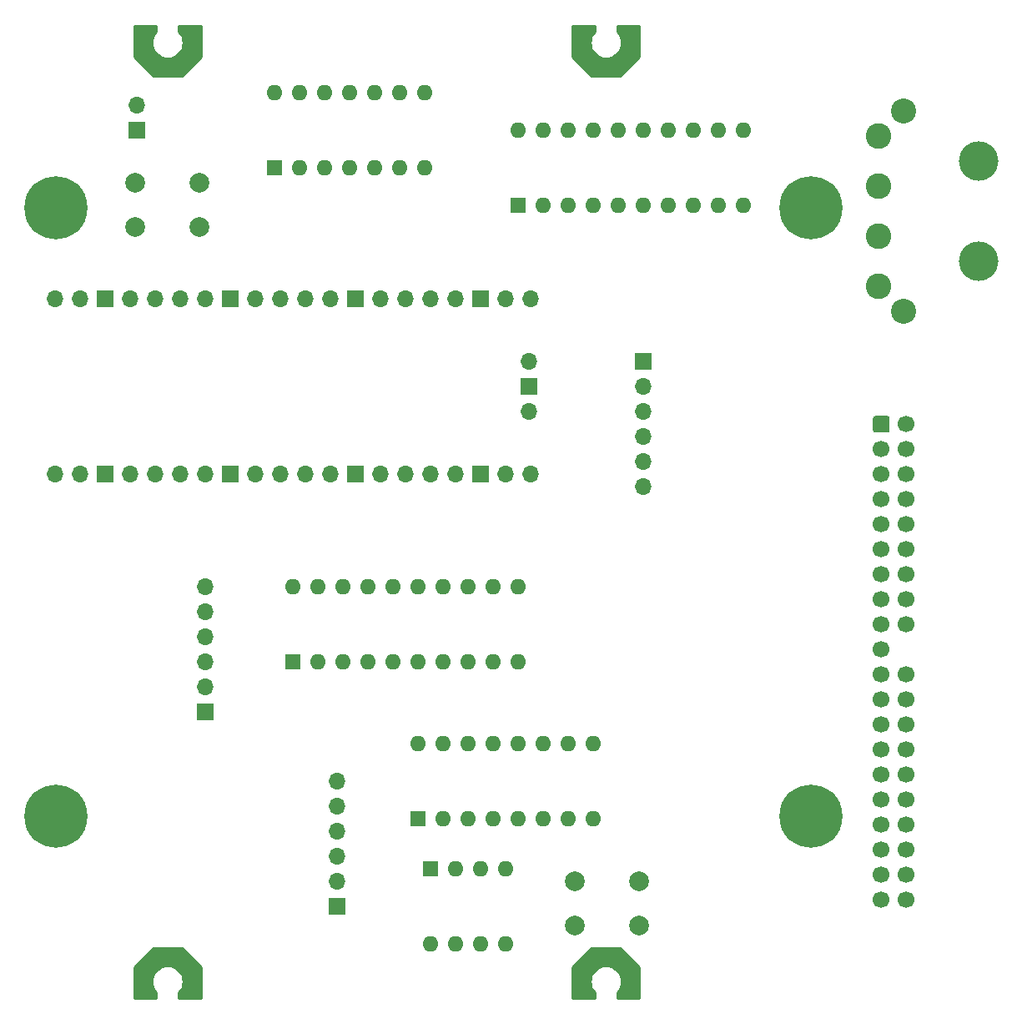
<source format=gbr>
%TF.GenerationSoftware,KiCad,Pcbnew,(5.1.9)-1*%
%TF.CreationDate,2021-10-24T18:26:44+08:00*%
%TF.ProjectId,XTA-35-TH,5854412d-3335-42d5-9448-2e6b69636164,rev?*%
%TF.SameCoordinates,Original*%
%TF.FileFunction,Soldermask,Bot*%
%TF.FilePolarity,Negative*%
%FSLAX46Y46*%
G04 Gerber Fmt 4.6, Leading zero omitted, Abs format (unit mm)*
G04 Created by KiCad (PCBNEW (5.1.9)-1) date 2021-10-24 18:26:44*
%MOMM*%
%LPD*%
G01*
G04 APERTURE LIST*
%ADD10O,1.700000X1.700000*%
%ADD11R,1.700000X1.700000*%
%ADD12O,1.600000X1.600000*%
%ADD13R,1.600000X1.600000*%
%ADD14C,1.700000*%
%ADD15C,1.000000*%
%ADD16C,2.000000*%
%ADD17C,2.540000*%
%ADD18C,4.000000*%
%ADD19C,2.600000*%
%ADD20C,6.400000*%
%ADD21C,0.254000*%
%ADD22C,0.100000*%
G04 APERTURE END LIST*
D10*
%TO.C,U5*%
X153035000Y-76200000D03*
X155575000Y-76200000D03*
D11*
X158115000Y-76200000D03*
D10*
X160655000Y-76200000D03*
X163195000Y-76200000D03*
X165735000Y-76200000D03*
X168275000Y-76200000D03*
D11*
X170815000Y-76200000D03*
D10*
X173355000Y-76200000D03*
X175895000Y-76200000D03*
X178435000Y-76200000D03*
X180975000Y-76200000D03*
D11*
X183515000Y-76200000D03*
D10*
X186055000Y-76200000D03*
X188595000Y-76200000D03*
X191135000Y-76200000D03*
X193675000Y-76200000D03*
D11*
X196215000Y-76200000D03*
D10*
X198755000Y-76200000D03*
X201295000Y-76200000D03*
X201295000Y-58420000D03*
X198755000Y-58420000D03*
D11*
X196215000Y-58420000D03*
D10*
X193675000Y-58420000D03*
X191135000Y-58420000D03*
X188595000Y-58420000D03*
X186055000Y-58420000D03*
D11*
X183515000Y-58420000D03*
D10*
X180975000Y-58420000D03*
X178435000Y-58420000D03*
X175895000Y-58420000D03*
X173355000Y-58420000D03*
D11*
X170815000Y-58420000D03*
D10*
X168275000Y-58420000D03*
X165735000Y-58420000D03*
X163195000Y-58420000D03*
X160655000Y-58420000D03*
D11*
X158115000Y-58420000D03*
D10*
X155575000Y-58420000D03*
X153035000Y-58420000D03*
X201065000Y-69850000D03*
D11*
X201065000Y-67310000D03*
D10*
X201065000Y-64770000D03*
%TD*%
D12*
%TO.C,U3*%
X175260000Y-37465000D03*
X190500000Y-45085000D03*
X177800000Y-37465000D03*
X187960000Y-45085000D03*
X180340000Y-37465000D03*
X185420000Y-45085000D03*
X182880000Y-37465000D03*
X182880000Y-45085000D03*
X185420000Y-37465000D03*
X180340000Y-45085000D03*
X187960000Y-37465000D03*
X177800000Y-45085000D03*
X190500000Y-37465000D03*
D13*
X175260000Y-45085000D03*
%TD*%
D12*
%TO.C,U4*%
X189865000Y-103505000D03*
X207645000Y-111125000D03*
X192405000Y-103505000D03*
X205105000Y-111125000D03*
X194945000Y-103505000D03*
X202565000Y-111125000D03*
X197485000Y-103505000D03*
X200025000Y-111125000D03*
X200025000Y-103505000D03*
X197485000Y-111125000D03*
X202565000Y-103505000D03*
X194945000Y-111125000D03*
X205105000Y-103505000D03*
X192405000Y-111125000D03*
X207645000Y-103505000D03*
D13*
X189865000Y-111125000D03*
%TD*%
D12*
%TO.C,U1*%
X177165000Y-87630000D03*
X200025000Y-95250000D03*
X179705000Y-87630000D03*
X197485000Y-95250000D03*
X182245000Y-87630000D03*
X194945000Y-95250000D03*
X184785000Y-87630000D03*
X192405000Y-95250000D03*
X187325000Y-87630000D03*
X189865000Y-95250000D03*
X189865000Y-87630000D03*
X187325000Y-95250000D03*
X192405000Y-87630000D03*
X184785000Y-95250000D03*
X194945000Y-87630000D03*
X182245000Y-95250000D03*
X197485000Y-87630000D03*
X179705000Y-95250000D03*
X200025000Y-87630000D03*
D13*
X177165000Y-95250000D03*
%TD*%
D12*
%TO.C,U2*%
X200025000Y-41275000D03*
X222885000Y-48895000D03*
X202565000Y-41275000D03*
X220345000Y-48895000D03*
X205105000Y-41275000D03*
X217805000Y-48895000D03*
X207645000Y-41275000D03*
X215265000Y-48895000D03*
X210185000Y-41275000D03*
X212725000Y-48895000D03*
X212725000Y-41275000D03*
X210185000Y-48895000D03*
X215265000Y-41275000D03*
X207645000Y-48895000D03*
X217805000Y-41275000D03*
X205105000Y-48895000D03*
X220345000Y-41275000D03*
X202565000Y-48895000D03*
X222885000Y-41275000D03*
D13*
X200025000Y-48895000D03*
%TD*%
D10*
%TO.C,J6*%
X212725000Y-77470000D03*
X212725000Y-74930000D03*
X212725000Y-72390000D03*
X212725000Y-69850000D03*
X212725000Y-67310000D03*
D11*
X212725000Y-64770000D03*
%TD*%
D10*
%TO.C,J5*%
X168275000Y-87630000D03*
X168275000Y-90170000D03*
X168275000Y-92710000D03*
X168275000Y-95250000D03*
X168275000Y-97790000D03*
D11*
X168275000Y-100330000D03*
%TD*%
D10*
%TO.C,J4*%
X181610000Y-107315000D03*
X181610000Y-109855000D03*
X181610000Y-112395000D03*
X181610000Y-114935000D03*
X181610000Y-117475000D03*
D11*
X181610000Y-120015000D03*
%TD*%
D14*
%TO.C,J1*%
X239395000Y-119380000D03*
X239395000Y-116840000D03*
X239395000Y-114300000D03*
X239395000Y-111760000D03*
X239395000Y-109220000D03*
X239395000Y-106680000D03*
X239395000Y-104140000D03*
X239395000Y-101600000D03*
X239395000Y-99060000D03*
X239395000Y-96520000D03*
X239395000Y-91440000D03*
X239395000Y-88900000D03*
X239395000Y-86360000D03*
X239395000Y-83820000D03*
X239395000Y-81280000D03*
X239395000Y-78740000D03*
X239395000Y-76200000D03*
X239395000Y-73660000D03*
X239395000Y-71120000D03*
X236855000Y-119380000D03*
X236855000Y-116840000D03*
X236855000Y-114300000D03*
X236855000Y-111760000D03*
X236855000Y-109220000D03*
X236855000Y-106680000D03*
X236855000Y-104140000D03*
X236855000Y-101600000D03*
X236855000Y-99060000D03*
X236855000Y-96520000D03*
X236855000Y-93980000D03*
X236855000Y-91440000D03*
X236855000Y-88900000D03*
X236855000Y-86360000D03*
X236855000Y-83820000D03*
X236855000Y-81280000D03*
X236855000Y-78740000D03*
X236855000Y-76200000D03*
X236855000Y-73660000D03*
G36*
G01*
X236005000Y-71720000D02*
X236005000Y-70520000D01*
G75*
G02*
X236255000Y-70270000I250000J0D01*
G01*
X237455000Y-70270000D01*
G75*
G02*
X237705000Y-70520000I0J-250000D01*
G01*
X237705000Y-71720000D01*
G75*
G02*
X237455000Y-71970000I-250000J0D01*
G01*
X236255000Y-71970000D01*
G75*
G02*
X236005000Y-71720000I0J250000D01*
G01*
G37*
%TD*%
D15*
%TO.C,MH3*%
X161945449Y-128254482D03*
X166894495Y-127111904D03*
X166411547Y-126076220D03*
X163296537Y-125357063D03*
X166874551Y-128254482D03*
X161925505Y-127111904D03*
X162408453Y-126076220D03*
X165523463Y-125357063D03*
X164410000Y-125100000D03*
%TD*%
%TO.C,MH2*%
X211374551Y-31775518D03*
X206425505Y-32918096D03*
X206908453Y-33953780D03*
X210023463Y-34672937D03*
X206445449Y-31775518D03*
X211394495Y-32918096D03*
X210911547Y-33953780D03*
X207796537Y-34672937D03*
X208910000Y-34930000D03*
%TD*%
%TO.C,MH1*%
X166874551Y-31775518D03*
X161925505Y-32918096D03*
X162408453Y-33953780D03*
X165523463Y-34672937D03*
X161945449Y-31775518D03*
X166894495Y-32918096D03*
X166411547Y-33953780D03*
X163296537Y-34672937D03*
X164410000Y-34930000D03*
%TD*%
%TO.C,MH4*%
X206445449Y-128254482D03*
X211394495Y-127111904D03*
X210911547Y-126076220D03*
X207796537Y-125357063D03*
X211374551Y-128254482D03*
X206425505Y-127111904D03*
X206908453Y-126076220D03*
X210023463Y-125357063D03*
X208910000Y-125100000D03*
%TD*%
D16*
%TO.C,SW3*%
X161140000Y-51120000D03*
X161140000Y-46620000D03*
X167640000Y-51120000D03*
X167640000Y-46620000D03*
%TD*%
%TO.C,SW2*%
X212240000Y-117475000D03*
X212240000Y-121975000D03*
X205740000Y-117475000D03*
X205740000Y-121975000D03*
%TD*%
D13*
%TO.C,SW1*%
X191135000Y-116205000D03*
D12*
X198755000Y-123825000D03*
X193675000Y-116205000D03*
X196215000Y-123825000D03*
X196215000Y-116205000D03*
X193675000Y-123825000D03*
X198755000Y-116205000D03*
X191135000Y-123825000D03*
%TD*%
D10*
%TO.C,J3*%
X161290000Y-38735000D03*
D11*
X161290000Y-41275000D03*
%TD*%
D17*
%TO.C,J2*%
X239090000Y-59690000D03*
D18*
X246710000Y-54610000D03*
D17*
X239090000Y-39370000D03*
D19*
X236550000Y-41910000D03*
X236550000Y-46990000D03*
X236550000Y-52070000D03*
X236550000Y-57150000D03*
D18*
X246710000Y-44450000D03*
%TD*%
D20*
%TO.C,MH5*%
X153090000Y-49150000D03*
%TD*%
%TO.C,MH7*%
X153090000Y-110870000D03*
%TD*%
%TO.C,MH8*%
X229690000Y-110870000D03*
%TD*%
%TO.C,MH6*%
X229690000Y-49150000D03*
%TD*%
D21*
X212233000Y-126192606D02*
X212233000Y-129360000D01*
X210041371Y-129360000D01*
X210041371Y-128771371D01*
X210204427Y-128580456D01*
X210335610Y-128366385D01*
X210431690Y-128134427D01*
X210490301Y-127890295D01*
X210510000Y-127640000D01*
X210490301Y-127389705D01*
X210431690Y-127145573D01*
X210335610Y-126913615D01*
X210204427Y-126699544D01*
X210041371Y-126508629D01*
X209850456Y-126345573D01*
X209636385Y-126214390D01*
X209404427Y-126118310D01*
X209160295Y-126059699D01*
X208910000Y-126040000D01*
X208659705Y-126059698D01*
X208415573Y-126118309D01*
X208183615Y-126214389D01*
X207969543Y-126345573D01*
X207778629Y-126508629D01*
X207615573Y-126699543D01*
X207484389Y-126913615D01*
X207388309Y-127145573D01*
X207329698Y-127389705D01*
X207310000Y-127640000D01*
X207329698Y-127890295D01*
X207388309Y-128134427D01*
X207484389Y-128366385D01*
X207615573Y-128580457D01*
X207778629Y-128771371D01*
X207778629Y-129360000D01*
X205487000Y-129360001D01*
X205487000Y-126192606D01*
X207412606Y-124267000D01*
X210307394Y-124267000D01*
X212233000Y-126192606D01*
D22*
G36*
X212233000Y-126192606D02*
G01*
X212233000Y-129360000D01*
X210041371Y-129360000D01*
X210041371Y-128771371D01*
X210204427Y-128580456D01*
X210335610Y-128366385D01*
X210431690Y-128134427D01*
X210490301Y-127890295D01*
X210510000Y-127640000D01*
X210490301Y-127389705D01*
X210431690Y-127145573D01*
X210335610Y-126913615D01*
X210204427Y-126699544D01*
X210041371Y-126508629D01*
X209850456Y-126345573D01*
X209636385Y-126214390D01*
X209404427Y-126118310D01*
X209160295Y-126059699D01*
X208910000Y-126040000D01*
X208659705Y-126059698D01*
X208415573Y-126118309D01*
X208183615Y-126214389D01*
X207969543Y-126345573D01*
X207778629Y-126508629D01*
X207615573Y-126699543D01*
X207484389Y-126913615D01*
X207388309Y-127145573D01*
X207329698Y-127389705D01*
X207310000Y-127640000D01*
X207329698Y-127890295D01*
X207388309Y-128134427D01*
X207484389Y-128366385D01*
X207615573Y-128580457D01*
X207778629Y-128771371D01*
X207778629Y-129360000D01*
X205487000Y-129360001D01*
X205487000Y-126192606D01*
X207412606Y-124267000D01*
X210307394Y-124267000D01*
X212233000Y-126192606D01*
G37*
D21*
X167783000Y-126192606D02*
X167783000Y-129360000D01*
X165541371Y-129360000D01*
X165541371Y-128771371D01*
X165704427Y-128580456D01*
X165835610Y-128366385D01*
X165931690Y-128134427D01*
X165990301Y-127890295D01*
X166010000Y-127640000D01*
X165990301Y-127389705D01*
X165931690Y-127145573D01*
X165835610Y-126913615D01*
X165704427Y-126699544D01*
X165541371Y-126508629D01*
X165350456Y-126345573D01*
X165136385Y-126214390D01*
X164904427Y-126118310D01*
X164660295Y-126059699D01*
X164410000Y-126040000D01*
X164159705Y-126059698D01*
X163915573Y-126118309D01*
X163683615Y-126214389D01*
X163469543Y-126345573D01*
X163278629Y-126508629D01*
X163115573Y-126699543D01*
X162984389Y-126913615D01*
X162888309Y-127145573D01*
X162829698Y-127389705D01*
X162810000Y-127640000D01*
X162829698Y-127890295D01*
X162888309Y-128134427D01*
X162984389Y-128366385D01*
X163115573Y-128580457D01*
X163278629Y-128771371D01*
X163278629Y-129360000D01*
X161037000Y-129360001D01*
X161037000Y-126192606D01*
X162962606Y-124267000D01*
X165857394Y-124267000D01*
X167783000Y-126192606D01*
D22*
G36*
X167783000Y-126192606D02*
G01*
X167783000Y-129360000D01*
X165541371Y-129360000D01*
X165541371Y-128771371D01*
X165704427Y-128580456D01*
X165835610Y-128366385D01*
X165931690Y-128134427D01*
X165990301Y-127890295D01*
X166010000Y-127640000D01*
X165990301Y-127389705D01*
X165931690Y-127145573D01*
X165835610Y-126913615D01*
X165704427Y-126699544D01*
X165541371Y-126508629D01*
X165350456Y-126345573D01*
X165136385Y-126214390D01*
X164904427Y-126118310D01*
X164660295Y-126059699D01*
X164410000Y-126040000D01*
X164159705Y-126059698D01*
X163915573Y-126118309D01*
X163683615Y-126214389D01*
X163469543Y-126345573D01*
X163278629Y-126508629D01*
X163115573Y-126699543D01*
X162984389Y-126913615D01*
X162888309Y-127145573D01*
X162829698Y-127389705D01*
X162810000Y-127640000D01*
X162829698Y-127890295D01*
X162888309Y-128134427D01*
X162984389Y-128366385D01*
X163115573Y-128580457D01*
X163278629Y-128771371D01*
X163278629Y-129360000D01*
X161037000Y-129360001D01*
X161037000Y-126192606D01*
X162962606Y-124267000D01*
X165857394Y-124267000D01*
X167783000Y-126192606D01*
G37*
D21*
X167783000Y-33837394D02*
X165857394Y-35763000D01*
X162962606Y-35763000D01*
X161037000Y-33837394D01*
X161037000Y-30660000D01*
X163278629Y-30660000D01*
X163278629Y-31258629D01*
X163115573Y-31449544D01*
X162984390Y-31663615D01*
X162888310Y-31895573D01*
X162829699Y-32139705D01*
X162810000Y-32390000D01*
X162829699Y-32640295D01*
X162888310Y-32884427D01*
X162984390Y-33116385D01*
X163115573Y-33330456D01*
X163278629Y-33521371D01*
X163469544Y-33684427D01*
X163683615Y-33815610D01*
X163915573Y-33911690D01*
X164159705Y-33970301D01*
X164410000Y-33990000D01*
X164660295Y-33970302D01*
X164904427Y-33911691D01*
X165136385Y-33815611D01*
X165350457Y-33684427D01*
X165541371Y-33521371D01*
X165704427Y-33330457D01*
X165835611Y-33116385D01*
X165931691Y-32884427D01*
X165990302Y-32640295D01*
X166010000Y-32390000D01*
X165990302Y-32139705D01*
X165931691Y-31895573D01*
X165835611Y-31663615D01*
X165704427Y-31449543D01*
X165541371Y-31258629D01*
X165541371Y-30660000D01*
X167783000Y-30659999D01*
X167783000Y-33837394D01*
D22*
G36*
X167783000Y-33837394D02*
G01*
X165857394Y-35763000D01*
X162962606Y-35763000D01*
X161037000Y-33837394D01*
X161037000Y-30660000D01*
X163278629Y-30660000D01*
X163278629Y-31258629D01*
X163115573Y-31449544D01*
X162984390Y-31663615D01*
X162888310Y-31895573D01*
X162829699Y-32139705D01*
X162810000Y-32390000D01*
X162829699Y-32640295D01*
X162888310Y-32884427D01*
X162984390Y-33116385D01*
X163115573Y-33330456D01*
X163278629Y-33521371D01*
X163469544Y-33684427D01*
X163683615Y-33815610D01*
X163915573Y-33911690D01*
X164159705Y-33970301D01*
X164410000Y-33990000D01*
X164660295Y-33970302D01*
X164904427Y-33911691D01*
X165136385Y-33815611D01*
X165350457Y-33684427D01*
X165541371Y-33521371D01*
X165704427Y-33330457D01*
X165835611Y-33116385D01*
X165931691Y-32884427D01*
X165990302Y-32640295D01*
X166010000Y-32390000D01*
X165990302Y-32139705D01*
X165931691Y-31895573D01*
X165835611Y-31663615D01*
X165704427Y-31449543D01*
X165541371Y-31258629D01*
X165541371Y-30660000D01*
X167783000Y-30659999D01*
X167783000Y-33837394D01*
G37*
D21*
X212233000Y-33837394D02*
X210307394Y-35763000D01*
X207412606Y-35763000D01*
X205487000Y-33837394D01*
X205487000Y-30660000D01*
X207778629Y-30660000D01*
X207778629Y-31258629D01*
X207615573Y-31449544D01*
X207484390Y-31663615D01*
X207388310Y-31895573D01*
X207329699Y-32139705D01*
X207310000Y-32390000D01*
X207329699Y-32640295D01*
X207388310Y-32884427D01*
X207484390Y-33116385D01*
X207615573Y-33330456D01*
X207778629Y-33521371D01*
X207969544Y-33684427D01*
X208183615Y-33815610D01*
X208415573Y-33911690D01*
X208659705Y-33970301D01*
X208910000Y-33990000D01*
X209160295Y-33970302D01*
X209404427Y-33911691D01*
X209636385Y-33815611D01*
X209850457Y-33684427D01*
X210041371Y-33521371D01*
X210204427Y-33330457D01*
X210335611Y-33116385D01*
X210431691Y-32884427D01*
X210490302Y-32640295D01*
X210510000Y-32390000D01*
X210490302Y-32139705D01*
X210431691Y-31895573D01*
X210335611Y-31663615D01*
X210204427Y-31449543D01*
X210041371Y-31258629D01*
X210041371Y-30660000D01*
X212233000Y-30659999D01*
X212233000Y-33837394D01*
D22*
G36*
X212233000Y-33837394D02*
G01*
X210307394Y-35763000D01*
X207412606Y-35763000D01*
X205487000Y-33837394D01*
X205487000Y-30660000D01*
X207778629Y-30660000D01*
X207778629Y-31258629D01*
X207615573Y-31449544D01*
X207484390Y-31663615D01*
X207388310Y-31895573D01*
X207329699Y-32139705D01*
X207310000Y-32390000D01*
X207329699Y-32640295D01*
X207388310Y-32884427D01*
X207484390Y-33116385D01*
X207615573Y-33330456D01*
X207778629Y-33521371D01*
X207969544Y-33684427D01*
X208183615Y-33815610D01*
X208415573Y-33911690D01*
X208659705Y-33970301D01*
X208910000Y-33990000D01*
X209160295Y-33970302D01*
X209404427Y-33911691D01*
X209636385Y-33815611D01*
X209850457Y-33684427D01*
X210041371Y-33521371D01*
X210204427Y-33330457D01*
X210335611Y-33116385D01*
X210431691Y-32884427D01*
X210490302Y-32640295D01*
X210510000Y-32390000D01*
X210490302Y-32139705D01*
X210431691Y-31895573D01*
X210335611Y-31663615D01*
X210204427Y-31449543D01*
X210041371Y-31258629D01*
X210041371Y-30660000D01*
X212233000Y-30659999D01*
X212233000Y-33837394D01*
G37*
M02*

</source>
